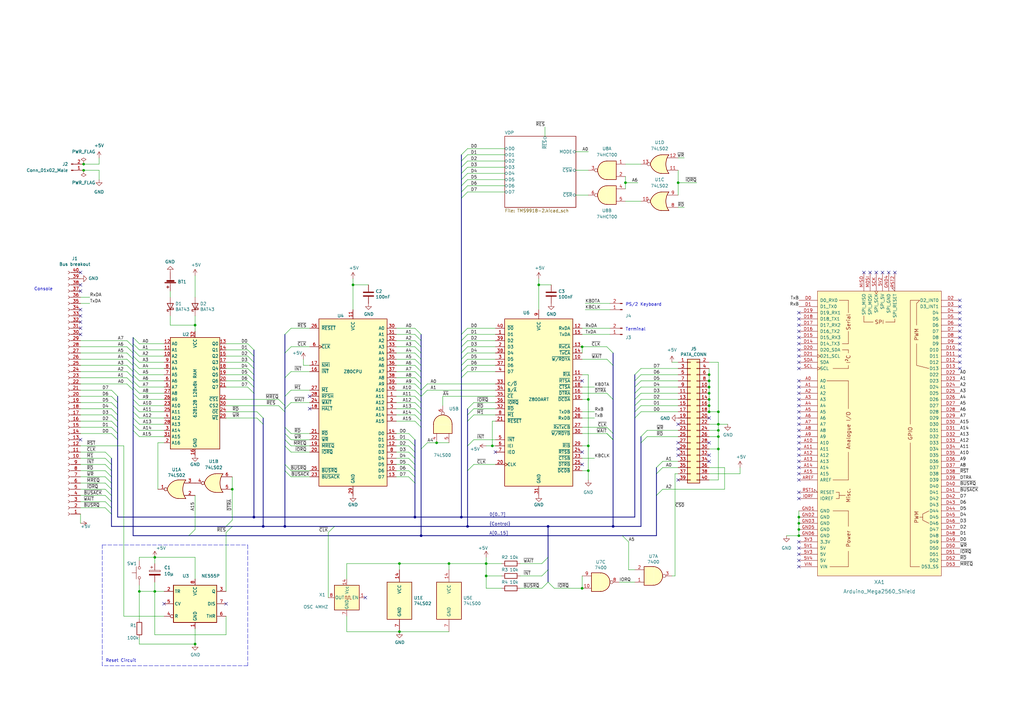
<source format=kicad_sch>
(kicad_sch (version 20211123) (generator eeschema)
  (paper "A3")
  (title_block (date "2022-06-24"))
  (bus_alias "Control" (members "~{BUSRQ}" "~{BUSACK}" "~{RD}" "~{WR}" "~{INT}" "~{CLK}" "~{IORQ}" "~{MREQ}" "~{RES}" "~{M1}" "~{WAIT}" "~{DTRA}"))
  (junction (at 199.39 236.22))
  (junction (at 34.29 67.31))
  (junction (at 238.76 241.3))
  (junction (at 290.83 161.29))
  (junction (at 256.54 74.93))
  (junction (at 290.83 158.75))
  (junction (at 220.98 116.84))
  (junction (at 163.83 231.14))
  (junction (at 170.18 212.09))
  (junction (at 241.3 193.04))
  (junction (at 224.79 215.9))
  (junction (at 251.46 215.9))
  (junction (at 278.13 74.93))
  (junction (at 290.83 153.67))
  (junction (at 294.64 179.07))
  (junction (at 34.29 69.85))
  (junction (at 294.64 168.91))
  (junction (at 327.66 214.63))
  (junction (at 290.83 166.37))
  (junction (at 57.15 242.57))
  (junction (at 63.5 242.57))
  (junction (at 241.3 182.88))
  (junction (at 290.83 168.91))
  (junction (at 80.01 133.35))
  (junction (at 201.93 182.88))
  (junction (at 63.5 228.6))
  (junction (at 116.84 215.9))
  (junction (at 294.64 184.15))
  (junction (at 179.07 181.61))
  (junction (at 191.77 215.9))
  (junction (at 104.14 212.09))
  (junction (at 107.95 215.9))
  (junction (at 290.83 163.83))
  (junction (at 95.25 200.66))
  (junction (at 241.3 163.83))
  (junction (at 327.66 212.09))
  (junction (at 294.64 173.99))
  (junction (at 294.64 176.53))
  (junction (at 290.83 156.21))
  (junction (at 80.01 264.16))
  (junction (at 163.83 259.08))
  (junction (at 184.15 231.14))
  (junction (at 172.72 219.71))
  (junction (at 327.66 217.17))
  (junction (at 327.66 219.71))
  (junction (at 144.78 116.84))
  (junction (at 238.76 142.24))
  (junction (at 199.39 231.14))
  (junction (at 189.23 212.09))
  (no_connect (at 327.66 128.27))
  (no_connect (at 327.66 163.83))
  (no_connect (at 327.66 171.45))
  (no_connect (at 327.66 143.51))
  (no_connect (at 327.66 189.23))
  (no_connect (at 33.02 111.76))
  (no_connect (at 290.83 186.69))
  (no_connect (at 327.66 227.33))
  (no_connect (at 393.7 128.27))
  (no_connect (at 203.2 185.42))
  (no_connect (at 393.7 140.97))
  (no_connect (at 278.13 181.61))
  (no_connect (at 127 167.64))
  (no_connect (at 393.7 135.89))
  (no_connect (at 393.7 130.81))
  (no_connect (at 327.66 161.29))
  (no_connect (at 327.66 222.25))
  (no_connect (at 393.7 125.73))
  (no_connect (at 290.83 181.61))
  (no_connect (at 327.66 151.13))
  (no_connect (at 290.83 189.23))
  (no_connect (at 67.31 247.65))
  (no_connect (at 393.7 143.51))
  (no_connect (at 393.7 138.43))
  (no_connect (at 92.71 247.65))
  (no_connect (at 393.7 148.59))
  (no_connect (at 354.33 111.76))
  (no_connect (at 361.95 111.76))
  (no_connect (at 364.49 111.76))
  (no_connect (at 367.03 111.76))
  (no_connect (at 359.41 111.76))
  (no_connect (at 356.87 111.76))
  (no_connect (at 327.66 232.41))
  (no_connect (at 327.66 179.07))
  (no_connect (at 327.66 130.81))
  (no_connect (at 278.13 173.99))
  (no_connect (at 327.66 146.05))
  (no_connect (at 127 162.56))
  (no_connect (at 327.66 135.89))
  (no_connect (at 278.13 184.15))
  (no_connect (at 327.66 201.93))
  (no_connect (at 393.7 123.19))
  (no_connect (at 149.86 245.11))
  (no_connect (at 327.66 173.99))
  (no_connect (at 327.66 229.87))
  (no_connect (at 327.66 181.61))
  (no_connect (at 33.02 180.34))
  (no_connect (at 393.7 151.13))
  (no_connect (at 327.66 156.21))
  (no_connect (at 327.66 224.79))
  (no_connect (at 238.76 190.5))
  (no_connect (at 327.66 194.31))
  (no_connect (at 393.7 133.35))
  (no_connect (at 327.66 186.69))
  (no_connect (at 327.66 158.75))
  (no_connect (at 238.76 185.42))
  (no_connect (at 238.76 156.21))
  (no_connect (at 33.02 116.84))
  (no_connect (at 33.02 119.38))
  (no_connect (at 33.02 127))
  (no_connect (at 327.66 176.53))
  (no_connect (at 327.66 196.85))
  (no_connect (at 278.13 196.85))
  (no_connect (at 327.66 166.37))
  (no_connect (at 327.66 138.43))
  (no_connect (at 327.66 133.35))
  (no_connect (at 327.66 191.77))
  (no_connect (at 327.66 204.47))
  (no_connect (at 33.02 129.54))
  (no_connect (at 33.02 132.08))
  (no_connect (at 33.02 134.62))
  (no_connect (at 33.02 137.16))
  (no_connect (at 290.83 171.45))
  (no_connect (at 393.7 146.05))
  (no_connect (at 327.66 148.59))
  (no_connect (at 327.66 168.91))
  (no_connect (at 327.66 140.97))
  (no_connect (at 278.13 186.69))
  (no_connect (at 327.66 184.15))
  (bus_entry (at 170.18 137.16) (size 2.54 2.54))
  (bus_entry (at 43.18 205.74) (size 2.54 2.54))
  (bus_entry (at 167.64 185.42) (size 2.54 2.54))
  (bus_entry (at 222.25 236.22) (size 2.54 -2.54))
  (bus_entry (at 260.35 156.21) (size 2.54 -2.54))
  (bus_entry (at 101.6 156.21) (size 2.54 2.54))
  (bus_entry (at 101.6 148.59) (size 2.54 2.54))
  (bus_entry (at 172.72 160.02) (size 2.54 -2.54))
  (bus_entry (at 222.25 231.14) (size 2.54 -2.54))
  (bus_entry (at 116.84 137.16) (size 2.54 -2.54))
  (bus_entry (at 52.07 139.7) (size 2.54 2.54))
  (bus_entry (at 134.62 218.44) (size 2.54 -2.54))
  (bus_entry (at 269.24 203.2) (size 2.54 -2.54))
  (bus_entry (at 43.18 198.12) (size 2.54 2.54))
  (bus_entry (at 101.6 151.13) (size 2.54 2.54))
  (bus_entry (at 189.23 144.78) (size 2.54 -2.54))
  (bus_entry (at 172.72 162.56) (size 2.54 -2.54))
  (bus_entry (at 191.77 167.64) (size 2.54 -2.54))
  (bus_entry (at 45.72 177.8) (size 2.54 2.54))
  (bus_entry (at 116.84 180.34) (size 2.54 2.54))
  (bus_entry (at 189.23 154.94) (size 2.54 -2.54))
  (bus_entry (at 116.84 182.88) (size 2.54 2.54))
  (bus_entry (at 92.71 215.9) (size 2.54 -2.54))
  (bus_entry (at 52.07 142.24) (size 2.54 2.54))
  (bus_entry (at 170.18 157.48) (size 2.54 2.54))
  (bus_entry (at 260.35 163.83) (size 2.54 -2.54))
  (bus_entry (at 191.77 193.04) (size 2.54 -2.54))
  (bus_entry (at 54.61 148.59) (size 2.54 2.54))
  (bus_entry (at 167.64 190.5) (size 2.54 2.54))
  (bus_entry (at 54.61 143.51) (size 2.54 2.54))
  (bus_entry (at 54.61 173.99) (size 2.54 2.54))
  (bus_entry (at 116.84 190.5) (size 2.54 2.54))
  (bus_entry (at 170.18 152.4) (size 2.54 2.54))
  (bus_entry (at 269.24 194.31) (size 2.54 -2.54))
  (bus_entry (at 54.61 171.45) (size 2.54 2.54))
  (bus_entry (at 167.64 187.96) (size 2.54 2.54))
  (bus_entry (at 167.64 195.58) (size 2.54 2.54))
  (bus_entry (at 189.23 139.7) (size 2.54 -2.54))
  (bus_entry (at 101.6 140.97) (size 2.54 2.54))
  (bus_entry (at 54.61 138.43) (size 2.54 2.54))
  (bus_entry (at 262.89 181.61) (size 2.54 -2.54))
  (bus_entry (at 189.23 142.24) (size 2.54 -2.54))
  (bus_entry (at 77.47 219.71) (size 2.54 -2.54))
  (bus_entry (at 189.23 66.04) (size 2.54 -2.54))
  (bus_entry (at 189.23 68.58) (size 2.54 -2.54))
  (bus_entry (at 189.23 71.12) (size 2.54 -2.54))
  (bus_entry (at 189.23 73.66) (size 2.54 -2.54))
  (bus_entry (at 189.23 76.2) (size 2.54 -2.54))
  (bus_entry (at 189.23 78.74) (size 2.54 -2.54))
  (bus_entry (at 189.23 81.28) (size 2.54 -2.54))
  (bus_entry (at 43.18 187.96) (size 2.54 2.54))
  (bus_entry (at 52.07 149.86) (size 2.54 2.54))
  (bus_entry (at 116.84 175.26) (size 2.54 2.54))
  (bus_entry (at 191.77 182.88) (size 2.54 -2.54))
  (bus_entry (at 170.18 149.86) (size 2.54 2.54))
  (bus_entry (at 43.18 195.58) (size 2.54 2.54))
  (bus_entry (at 189.23 147.32) (size 2.54 -2.54))
  (bus_entry (at 54.61 151.13) (size 2.54 2.54))
  (bus_entry (at 170.18 160.02) (size 2.54 2.54))
  (bus_entry (at 54.61 166.37) (size 2.54 2.54))
  (bus_entry (at 170.18 134.62) (size 2.54 2.54))
  (bus_entry (at 269.24 191.77) (size 2.54 -2.54))
  (bus_entry (at 167.64 193.04) (size 2.54 2.54))
  (bus_entry (at 170.18 167.64) (size 2.54 2.54))
  (bus_entry (at 105.41 171.45) (size 2.54 2.54))
  (bus_entry (at 170.18 144.78) (size 2.54 2.54))
  (bus_entry (at 43.18 185.42) (size 2.54 2.54))
  (bus_entry (at 170.18 139.7) (size 2.54 2.54))
  (bus_entry (at 54.61 176.53) (size 2.54 2.54))
  (bus_entry (at 248.92 142.24) (size 2.54 2.54))
  (bus_entry (at 189.23 137.16) (size 2.54 -2.54))
  (bus_entry (at 101.6 153.67) (size 2.54 2.54))
  (bus_entry (at 45.72 170.18) (size 2.54 2.54))
  (bus_entry (at 45.72 165.1) (size 2.54 2.54))
  (bus_entry (at 54.61 158.75) (size 2.54 2.54))
  (bus_entry (at 52.07 152.4) (size 2.54 2.54))
  (bus_entry (at 116.84 166.37) (size -2.54 -2.54))
  (bus_entry (at 101.6 158.75) (size 2.54 2.54))
  (bus_entry (at 248.92 175.26) (size 2.54 2.54))
  (bus_entry (at 167.64 182.88) (size 2.54 2.54))
  (bus_entry (at 222.25 241.3) (size 2.54 -2.54))
  (bus_entry (at 262.89 179.07) (size 2.54 -2.54))
  (bus_entry (at 167.64 177.8) (size 2.54 2.54))
  (bus_entry (at 43.18 200.66) (size 2.54 2.54))
  (bus_entry (at 43.18 203.2) (size 2.54 2.54))
  (bus_entry (at 45.72 172.72) (size 2.54 2.54))
  (bus_entry (at 105.41 168.91) (size 2.54 2.54))
  (bus_entry (at 116.84 193.04) (size 2.54 2.54))
  (bus_entry (at 224.79 238.76) (size 2.54 2.54))
  (bus_entry (at 54.61 146.05) (size 2.54 2.54))
  (bus_entry (at 116.84 177.8) (size 2.54 2.54))
  (bus_entry (at 172.72 184.15) (size 2.54 -2.54))
  (bus_entry (at 170.18 165.1) (size 2.54 2.54))
  (bus_entry (at 189.23 149.86) (size 2.54 -2.54))
  (bus_entry (at 248.92 177.8) (size 2.54 2.54))
  (bus_entry (at 101.6 146.05) (size 2.54 2.54))
  (bus_entry (at 43.18 193.04) (size 2.54 2.54))
  (bus_entry (at 54.61 156.21) (size 2.54 2.54))
  (bus_entry (at 45.72 162.56) (size 2.54 2.54))
  (bus_entry (at 54.61 153.67) (size 2.54 2.54))
  (bus_entry (at 260.35 158.75) (size 2.54 -2.54))
  (bus_entry (at 54.61 168.91) (size 2.54 2.54))
  (bus_entry (at 170.18 170.18) (size 2.54 2.54))
  (bus_entry (at 260.35 166.37) (size 2.54 -2.54))
  (bus_entry (at 248.92 177.8) (size 2.54 2.54))
  (bus_entry (at 189.23 152.4) (size 2.54 -2.54))
  (bus_entry (at 52.07 144.78) (size 2.54 2.54))
  (bus_entry (at 191.77 170.18) (size 2.54 -2.54))
  (bus_entry (at 255.27 219.71) (size 2.54 2.54))
  (bus_entry (at 45.72 160.02) (size 2.54 2.54))
  (bus_entry (at 260.35 168.91) (size 2.54 -2.54))
  (bus_entry (at 116.84 168.91) (size -2.54 -2.54))
  (bus_entry (at 54.61 163.83) (size 2.54 2.54))
  (bus_entry (at 43.18 208.28) (size 2.54 2.54))
  (bus_entry (at 45.72 167.64) (size 2.54 2.54))
  (bus_entry (at 116.84 154.94) (size 2.54 -2.54))
  (bus_entry (at 116.84 167.64) (size 2.54 -2.54))
  (bus_entry (at 116.84 162.56) (size 2.54 -2.54))
  (bus_entry (at 170.18 154.94) (size 2.54 2.54))
  (bus_entry (at 43.18 190.5) (size 2.54 2.54))
  (bus_entry (at 92.71 218.44) (size 2.54 -2.54))
  (bus_entry (at 189.23 63.5) (size 2.54 -2.54))
  (bus_entry (at 260.35 161.29) (size 2.54 -2.54))
  (bus_entry (at 54.61 161.29) (size 2.54 2.54))
  (bus_entry (at 167.64 180.34) (size 2.54 2.54))
  (bus_entry (at 170.18 147.32) (size 2.54 2.54))
  (bus_entry (at 191.77 172.72) (size 2.54 -2.54))
  (bus_entry (at 52.07 147.32) (size 2.54 2.54))
  (bus_entry (at 170.18 162.56) (size 2.54 2.54))
  (bus_entry (at 54.61 140.97) (size 2.54 2.54))
  (bus_entry (at 248.92 161.29) (size 2.54 2.54))
  (bus_entry (at 170.18 142.24) (size 2.54 2.54))
  (bus_entry (at 248.92 147.32) (size 2.54 2.54))
  (bus_entry (at 52.07 157.48) (size 2.54 2.54))
  (bus_entry (at 260.35 153.67) (size 2.54 -2.54))
  (bus_entry (at 170.18 172.72) (size 2.54 2.54))
  (bus_entry (at 52.07 154.94) (size 2.54 2.54))
  (bus_entry (at 45.72 175.26) (size 2.54 2.54))
  (bus_entry (at 101.6 143.51) (size 2.54 2.54))
  (bus_entry (at 260.35 171.45) (size 2.54 -2.54))
  (bus_entry (at 119.38 142.24) (size -2.54 2.54))
  (bus (pts (xy 54.61 173.99) (xy 54.61 176.53)))
  (wire (pts (xy 290.83 156.21) (xy 290.83 158.75)))
  (wire (pts (xy 201.93 172.72) (xy 201.93 182.88)))
  (wire (pts (xy 33.02 182.88) (xy 50.8 182.88)))
  (wire (pts (xy 33.02 170.18) (xy 45.72 170.18)))
  (bus (pts (xy 189.23 66.04) (xy 189.23 68.58)))
  (bus (pts (xy 260.35 166.37) (xy 260.35 168.91)))
  (wire (pts (xy 191.77 144.78) (xy 203.2 144.78)))
  (wire (pts (xy 33.02 147.32) (xy 52.07 147.32)))
  (wire (pts (xy 294.64 184.15) (xy 290.83 184.15)))
  (bus (pts (xy 189.23 144.78) (xy 189.23 147.32)))
  (bus (pts (xy 170.18 180.34) (xy 170.18 182.88)))
  (bus (pts (xy 189.23 76.2) (xy 189.23 78.74)))
  (wire (pts (xy 265.43 176.53) (xy 278.13 176.53)))
  (wire (pts (xy 238.76 193.04) (xy 241.3 193.04)))
  (wire (pts (xy 220.98 114.3) (xy 220.98 116.84)))
  (wire (pts (xy 236.22 80.01) (xy 241.3 80.01)))
  (bus (pts (xy 189.23 137.16) (xy 189.23 139.7)))
  (wire (pts (xy 33.02 167.64) (xy 45.72 167.64)))
  (wire (pts (xy 191.77 78.74) (xy 207.01 78.74)))
  (wire (pts (xy 167.64 187.96) (xy 162.56 187.96)))
  (bus (pts (xy 48.26 175.26) (xy 48.26 177.8)))
  (bus (pts (xy 251.46 215.9) (xy 262.89 215.9)))
  (bus (pts (xy 189.23 142.24) (xy 189.23 144.78)))
  (wire (pts (xy 33.02 214.63) (xy 33.02 210.82)))
  (wire (pts (xy 191.77 137.16) (xy 203.2 137.16)))
  (wire (pts (xy 57.15 264.16) (xy 57.15 261.62)))
  (wire (pts (xy 191.77 73.66) (xy 207.01 73.66)))
  (bus (pts (xy 54.61 219.71) (xy 77.47 219.71)))
  (wire (pts (xy 257.81 233.68) (xy 260.35 233.68)))
  (wire (pts (xy 33.02 142.24) (xy 52.07 142.24)))
  (bus (pts (xy 170.18 193.04) (xy 170.18 195.58)))
  (bus (pts (xy 107.95 173.99) (xy 107.95 215.9)))
  (wire (pts (xy 40.64 64.77) (xy 40.64 67.31)))
  (wire (pts (xy 119.38 177.8) (xy 127 177.8)))
  (wire (pts (xy 254 238.76) (xy 260.35 238.76)))
  (bus (pts (xy 172.72 160.02) (xy 172.72 162.56)))
  (wire (pts (xy 57.15 146.05) (xy 67.31 146.05)))
  (wire (pts (xy 175.26 160.02) (xy 203.2 160.02)))
  (wire (pts (xy 162.56 149.86) (xy 170.18 149.86)))
  (bus (pts (xy 189.23 68.58) (xy 189.23 71.12)))
  (wire (pts (xy 69.85 133.35) (xy 80.01 133.35)))
  (wire (pts (xy 327.66 212.09) (xy 327.66 214.63)))
  (bus (pts (xy 262.89 179.07) (xy 262.89 181.61)))
  (wire (pts (xy 162.56 165.1) (xy 170.18 165.1)))
  (wire (pts (xy 294.64 179.07) (xy 294.64 184.15)))
  (bus (pts (xy 172.72 144.78) (xy 172.72 147.32)))
  (wire (pts (xy 199.39 241.3) (xy 205.74 241.3)))
  (bus (pts (xy 54.61 143.51) (xy 54.61 144.78)))
  (wire (pts (xy 80.01 129.54) (xy 80.01 133.35)))
  (bus (pts (xy 95.25 215.9) (xy 107.95 215.9)))
  (wire (pts (xy 95.25 200.66) (xy 95.25 213.36)))
  (wire (pts (xy 290.83 176.53) (xy 294.64 176.53)))
  (wire (pts (xy 33.02 144.78) (xy 52.07 144.78)))
  (bus (pts (xy 260.35 168.91) (xy 260.35 171.45)))
  (wire (pts (xy 240.03 127) (xy 250.19 127)))
  (wire (pts (xy 327.66 214.63) (xy 327.66 217.17)))
  (wire (pts (xy 57.15 161.29) (xy 67.31 161.29)))
  (wire (pts (xy 191.77 147.32) (xy 203.2 147.32)))
  (bus (pts (xy 45.72 208.28) (xy 45.72 210.82)))
  (bus (pts (xy 170.18 187.96) (xy 170.18 190.5)))
  (wire (pts (xy 290.83 168.91) (xy 294.64 168.91)))
  (wire (pts (xy 290.83 163.83) (xy 290.83 166.37)))
  (wire (pts (xy 303.53 194.31) (xy 303.53 191.77)))
  (wire (pts (xy 223.52 52.07) (xy 223.52 55.88)))
  (bus (pts (xy 224.79 215.9) (xy 224.79 228.6)))
  (wire (pts (xy 275.59 148.59) (xy 278.13 148.59)))
  (bus (pts (xy 170.18 185.42) (xy 170.18 187.96)))
  (bus (pts (xy 172.72 175.26) (xy 172.72 184.15)))
  (bus (pts (xy 191.77 172.72) (xy 191.77 182.88)))
  (wire (pts (xy 167.64 177.8) (xy 162.56 177.8)))
  (wire (pts (xy 63.5 228.6) (xy 57.15 228.6)))
  (wire (pts (xy 33.02 185.42) (xy 43.18 185.42)))
  (wire (pts (xy 294.64 173.99) (xy 294.64 168.91)))
  (wire (pts (xy 33.02 193.04) (xy 43.18 193.04)))
  (wire (pts (xy 119.38 182.88) (xy 127 182.88)))
  (wire (pts (xy 80.01 113.03) (xy 80.01 121.92)))
  (bus (pts (xy 189.23 73.66) (xy 189.23 76.2)))
  (wire (pts (xy 57.15 140.97) (xy 67.31 140.97)))
  (bus (pts (xy 116.84 190.5) (xy 116.84 193.04)))
  (bus (pts (xy 189.23 212.09) (xy 260.35 212.09)))
  (polyline (pts (xy 41.91 273.05) (xy 41.91 223.52)))
  (wire (pts (xy 33.02 175.26) (xy 45.72 175.26)))
  (bus (pts (xy 172.72 157.48) (xy 172.72 160.02)))
  (bus (pts (xy 251.46 180.34) (xy 251.46 215.9)))
  (wire (pts (xy 144.78 116.84) (xy 151.13 116.84)))
  (wire (pts (xy 238.76 241.3) (xy 227.33 241.3)))
  (wire (pts (xy 33.02 139.7) (xy 52.07 139.7)))
  (wire (pts (xy 33.02 160.02) (xy 45.72 160.02)))
  (bus (pts (xy 269.24 203.2) (xy 269.24 219.71)))
  (wire (pts (xy 241.3 163.83) (xy 241.3 182.88)))
  (bus (pts (xy 224.79 215.9) (xy 251.46 215.9)))
  (bus (pts (xy 189.23 152.4) (xy 189.23 154.94)))
  (wire (pts (xy 194.31 167.64) (xy 203.2 167.64)))
  (bus (pts (xy 45.72 198.12) (xy 45.72 200.66)))
  (bus (pts (xy 116.84 175.26) (xy 116.84 177.8)))
  (wire (pts (xy 80.01 217.17) (xy 80.01 203.2)))
  (wire (pts (xy 256.54 82.55) (xy 262.89 82.55)))
  (wire (pts (xy 191.77 60.96) (xy 207.01 60.96)))
  (wire (pts (xy 92.71 163.83) (xy 114.3 163.83)))
  (wire (pts (xy 92.71 148.59) (xy 101.6 148.59)))
  (bus (pts (xy 172.72 172.72) (xy 172.72 175.26)))
  (wire (pts (xy 226.06 116.84) (xy 220.98 116.84)))
  (bus (pts (xy 189.23 78.74) (xy 189.23 81.28)))
  (wire (pts (xy 240.03 124.46) (xy 250.19 124.46)))
  (wire (pts (xy 184.15 259.08) (xy 163.83 259.08)))
  (bus (pts (xy 104.14 161.29) (xy 104.14 212.09)))
  (bus (pts (xy 54.61 148.59) (xy 54.61 149.86)))
  (bus (pts (xy 54.61 161.29) (xy 54.61 163.83)))
  (wire (pts (xy 80.01 133.35) (xy 80.01 135.89)))
  (wire (pts (xy 57.15 153.67) (xy 67.31 153.67)))
  (bus (pts (xy 189.23 139.7) (xy 189.23 142.24)))
  (bus (pts (xy 48.26 162.56) (xy 48.26 165.1)))
  (bus (pts (xy 54.61 157.48) (xy 54.61 158.75)))
  (bus (pts (xy 54.61 171.45) (xy 54.61 173.99)))
  (wire (pts (xy 290.83 166.37) (xy 290.83 168.91)))
  (wire (pts (xy 203.2 162.56) (xy 181.61 162.56)))
  (wire (pts (xy 294.64 168.91) (xy 294.64 148.59)))
  (wire (pts (xy 119.38 165.1) (xy 127 165.1)))
  (wire (pts (xy 67.31 181.61) (xy 64.77 181.61)))
  (bus (pts (xy 54.61 153.67) (xy 54.61 154.94)))
  (bus (pts (xy 189.23 154.94) (xy 189.23 212.09)))
  (wire (pts (xy 278.13 194.31) (xy 276.86 194.31)))
  (wire (pts (xy 167.64 180.34) (xy 162.56 180.34)))
  (wire (pts (xy 191.77 76.2) (xy 207.01 76.2)))
  (wire (pts (xy 256.54 74.93) (xy 261.62 74.93)))
  (bus (pts (xy 104.14 212.09) (xy 170.18 212.09)))
  (bus (pts (xy 260.35 158.75) (xy 260.35 161.29)))
  (bus (pts (xy 251.46 149.86) (xy 251.46 163.83)))
  (bus (pts (xy 172.72 139.7) (xy 172.72 142.24)))
  (bus (pts (xy 137.16 215.9) (xy 191.77 215.9)))
  (wire (pts (xy 69.85 129.54) (xy 69.85 133.35)))
  (wire (pts (xy 262.89 166.37) (xy 278.13 166.37)))
  (bus (pts (xy 170.18 195.58) (xy 170.18 198.12)))
  (bus (pts (xy 172.72 219.71) (xy 77.47 219.71)))
  (wire (pts (xy 276.86 194.31) (xy 276.86 236.22)))
  (wire (pts (xy 92.71 218.44) (xy 92.71 242.57)))
  (wire (pts (xy 175.26 157.48) (xy 203.2 157.48)))
  (wire (pts (xy 50.8 182.88) (xy 50.8 252.73)))
  (wire (pts (xy 280.67 85.09) (xy 278.13 85.09)))
  (wire (pts (xy 184.15 181.61) (xy 179.07 181.61)))
  (wire (pts (xy 238.76 187.96) (xy 243.84 187.96)))
  (bus (pts (xy 54.61 151.13) (xy 54.61 152.4)))
  (bus (pts (xy 45.72 205.74) (xy 45.72 208.28)))
  (wire (pts (xy 167.64 193.04) (xy 162.56 193.04)))
  (wire (pts (xy 92.71 146.05) (xy 101.6 146.05)))
  (bus (pts (xy 260.35 161.29) (xy 260.35 163.83)))
  (wire (pts (xy 184.15 233.68) (xy 184.15 231.14)))
  (bus (pts (xy 172.72 165.1) (xy 172.72 167.64)))
  (wire (pts (xy 69.85 121.92) (xy 69.85 119.38)))
  (bus (pts (xy 54.61 140.97) (xy 54.61 142.24)))
  (bus (pts (xy 251.46 144.78) (xy 251.46 149.86)))
  (bus (pts (xy 116.84 215.9) (xy 137.16 215.9)))
  (wire (pts (xy 95.25 195.58) (xy 95.25 200.66)))
  (bus (pts (xy 172.72 154.94) (xy 172.72 157.48)))
  (wire (pts (xy 294.64 173.99) (xy 294.64 176.53)))
  (wire (pts (xy 238.76 134.62) (xy 250.19 134.62)))
  (bus (pts (xy 54.61 160.02) (xy 54.61 161.29)))
  (bus (pts (xy 251.46 177.8) (xy 251.46 180.34)))
  (bus (pts (xy 260.35 163.83) (xy 260.35 166.37)))
  (bus (pts (xy 54.61 138.43) (xy 54.61 140.97)))
  (wire (pts (xy 57.15 176.53) (xy 67.31 176.53)))
  (wire (pts (xy 262.89 158.75) (xy 278.13 158.75)))
  (wire (pts (xy 33.02 152.4) (xy 52.07 152.4)))
  (wire (pts (xy 241.3 182.88) (xy 241.3 193.04)))
  (wire (pts (xy 194.31 190.5) (xy 203.2 190.5)))
  (wire (pts (xy 238.76 168.91) (xy 243.84 168.91)))
  (wire (pts (xy 162.56 157.48) (xy 170.18 157.48)))
  (wire (pts (xy 119.38 142.24) (xy 127 142.24)))
  (wire (pts (xy 191.77 134.62) (xy 203.2 134.62)))
  (wire (pts (xy 119.38 134.62) (xy 127 134.62)))
  (wire (pts (xy 163.83 259.08) (xy 142.24 259.08)))
  (wire (pts (xy 322.58 219.71) (xy 327.66 219.71)))
  (wire (pts (xy 127 195.58) (xy 119.38 195.58)))
  (wire (pts (xy 92.71 156.21) (xy 101.6 156.21)))
  (wire (pts (xy 262.89 153.67) (xy 278.13 153.67)))
  (wire (pts (xy 290.83 158.75) (xy 290.83 161.29)))
  (bus (pts (xy 116.84 137.16) (xy 116.84 144.78)))
  (wire (pts (xy 167.64 195.58) (xy 162.56 195.58)))
  (polyline (pts (xy 41.91 223.52) (xy 101.6 223.52)))
  (wire (pts (xy 213.36 236.22) (xy 222.25 236.22)))
  (wire (pts (xy 57.15 166.37) (xy 67.31 166.37)))
  (bus (pts (xy 255.27 219.71) (xy 172.72 219.71)))
  (wire (pts (xy 241.3 153.67) (xy 241.3 163.83)))
  (bus (pts (xy 54.61 154.94) (xy 54.61 156.21)))
  (bus (pts (xy 269.24 194.31) (xy 269.24 203.2)))
  (wire (pts (xy 64.77 181.61) (xy 64.77 200.66)))
  (wire (pts (xy 119.38 185.42) (xy 127 185.42)))
  (bus (pts (xy 172.72 149.86) (xy 172.72 152.4)))
  (bus (pts (xy 48.26 167.64) (xy 48.26 170.18)))
  (wire (pts (xy 238.76 177.8) (xy 248.92 177.8)))
  (wire (pts (xy 194.31 165.1) (xy 203.2 165.1)))
  (wire (pts (xy 144.78 114.3) (xy 144.78 116.84)))
  (bus (pts (xy 54.61 146.05) (xy 54.61 147.32)))
  (bus (pts (xy 172.72 152.4) (xy 172.72 154.94)))
  (wire (pts (xy 167.64 190.5) (xy 162.56 190.5)))
  (wire (pts (xy 34.29 67.31) (xy 40.64 67.31)))
  (bus (pts (xy 116.84 162.56) (xy 116.84 166.37)))
  (wire (pts (xy 290.83 153.67) (xy 290.83 156.21)))
  (bus (pts (xy 116.84 167.64) (xy 116.84 168.91)))
  (wire (pts (xy 201.93 182.88) (xy 203.2 182.88)))
  (wire (pts (xy 191.77 66.04) (xy 207.01 66.04)))
  (wire (pts (xy 162.56 152.4) (xy 170.18 152.4)))
  (wire (pts (xy 238.76 142.24) (xy 238.76 144.78)))
  (wire (pts (xy 162.56 142.24) (xy 170.18 142.24)))
  (wire (pts (xy 57.15 163.83) (xy 67.31 163.83)))
  (wire (pts (xy 257.81 222.25) (xy 257.81 233.68)))
  (wire (pts (xy 238.76 147.32) (xy 248.92 147.32)))
  (wire (pts (xy 327.66 209.55) (xy 327.66 212.09)))
  (wire (pts (xy 238.76 153.67) (xy 241.3 153.67)))
  (wire (pts (xy 271.78 200.66) (xy 297.18 200.66)))
  (wire (pts (xy 271.78 191.77) (xy 278.13 191.77)))
  (wire (pts (xy 238.76 137.16) (xy 250.19 137.16)))
  (wire (pts (xy 92.71 252.73) (xy 92.71 260.35)))
  (wire (pts (xy 199.39 236.22) (xy 205.74 236.22)))
  (wire (pts (xy 63.5 242.57) (xy 57.15 242.57)))
  (wire (pts (xy 92.71 171.45) (xy 105.41 171.45)))
  (wire (pts (xy 124.46 149.86) (xy 127 149.86)))
  (wire (pts (xy 191.77 63.5) (xy 207.01 63.5)))
  (wire (pts (xy 57.15 254) (xy 57.15 242.57)))
  (wire (pts (xy 57.15 240.03) (xy 57.15 242.57)))
  (wire (pts (xy 199.39 228.6) (xy 199.39 231.14)))
  (wire (pts (xy 241.3 193.04) (xy 241.3 196.85)))
  (wire (pts (xy 290.83 151.13) (xy 290.83 153.67)))
  (bus (pts (xy 45.72 187.96) (xy 45.72 190.5)))
  (wire (pts (xy 203.2 172.72) (xy 201.93 172.72)))
  (bus (pts (xy 260.35 171.45) (xy 260.35 212.09)))
  (wire (pts (xy 33.02 162.56) (xy 45.72 162.56)))
  (wire (pts (xy 163.83 231.14) (xy 184.15 231.14)))
  (bus (pts (xy 116.84 168.91) (xy 116.84 175.26)))
  (wire (pts (xy 256.54 67.31) (xy 262.89 67.31)))
  (bus (pts (xy 170.18 182.88) (xy 170.18 185.42)))
  (wire (pts (xy 80.01 264.16) (xy 80.01 257.81)))
  (bus (pts (xy 48.26 170.18) (xy 48.26 172.72)))
  (wire (pts (xy 276.86 236.22) (xy 275.59 236.22)))
  (wire (pts (xy 33.02 190.5) (xy 43.18 190.5)))
  (wire (pts (xy 33.02 149.86) (xy 52.07 149.86)))
  (wire (pts (xy 163.83 233.68) (xy 163.83 231.14)))
  (wire (pts (xy 294.64 176.53) (xy 294.64 179.07)))
  (bus (pts (xy 54.61 168.91) (xy 54.61 171.45)))
  (wire (pts (xy 191.77 139.7) (xy 203.2 139.7)))
  (wire (pts (xy 238.76 175.26) (xy 248.92 175.26)))
  (wire (pts (xy 50.8 252.73) (xy 67.31 252.73)))
  (wire (pts (xy 248.92 142.24) (xy 238.76 142.24)))
  (wire (pts (xy 262.89 161.29) (xy 278.13 161.29)))
  (bus (pts (xy 45.72 210.82) (xy 45.72 215.9)))
  (bus (pts (xy 191.77 170.18) (xy 191.77 172.72)))
  (wire (pts (xy 290.83 194.31) (xy 303.53 194.31)))
  (bus (pts (xy 172.72 167.64) (xy 172.72 170.18)))
  (wire (pts (xy 92.71 166.37) (xy 114.3 166.37)))
  (wire (pts (xy 57.15 158.75) (xy 67.31 158.75)))
  (wire (pts (xy 181.61 166.37) (xy 181.61 162.56)))
  (bus (pts (xy 172.72 137.16) (xy 172.72 139.7)))
  (wire (pts (xy 162.56 172.72) (xy 170.18 172.72)))
  (wire (pts (xy 238.76 161.29) (xy 248.92 161.29)))
  (bus (pts (xy 54.61 147.32) (xy 54.61 148.59)))
  (wire (pts (xy 280.67 64.77) (xy 278.13 64.77)))
  (bus (pts (xy 191.77 215.9) (xy 224.79 215.9)))
  (wire (pts (xy 57.15 168.91) (xy 67.31 168.91)))
  (bus (pts (xy 48.26 177.8) (xy 48.26 180.34)))
  (wire (pts (xy 194.31 180.34) (xy 203.2 180.34)))
  (wire (pts (xy 278.13 69.85) (xy 278.13 74.93)))
  (wire (pts (xy 63.5 242.57) (xy 63.5 260.35)))
  (bus (pts (xy 54.61 158.75) (xy 54.61 160.02)))
  (wire (pts (xy 127 152.4) (xy 119.38 152.4)))
  (wire (pts (xy 92.71 168.91) (xy 105.41 168.91)))
  (wire (pts (xy 57.15 156.21) (xy 67.31 156.21)))
  (bus (pts (xy 54.61 176.53) (xy 54.61 219.71)))
  (bus (pts (xy 107.95 215.9) (xy 116.84 215.9)))
  (wire (pts (xy 124.46 149.86) (xy 124.46 147.32)))
  (wire (pts (xy 40.64 69.85) (xy 40.64 73.66)))
  (wire (pts (xy 57.15 143.51) (xy 67.31 143.51)))
  (bus (pts (xy 48.26 180.34) (xy 48.26 212.09)))
  (wire (pts (xy 294.64 148.59) (xy 290.83 148.59)))
  (wire (pts (xy 262.89 163.83) (xy 278.13 163.83)))
  (wire (pts (xy 33.02 157.48) (xy 52.07 157.48)))
  (wire (pts (xy 162.56 134.62) (xy 170.18 134.62)))
  (bus (pts (xy 48.26 165.1) (xy 48.26 167.64)))
  (bus (pts (xy 104.14 146.05) (xy 104.14 148.59)))
  (wire (pts (xy 294.64 184.15) (xy 294.64 196.85)))
  (wire (pts (xy 290.83 173.99) (xy 294.64 173.99)))
  (wire (pts (xy 290.83 179.07) (xy 294.64 179.07)))
  (wire (pts (xy 57.15 148.59) (xy 67.31 148.59)))
  (wire (pts (xy 57.15 151.13) (xy 67.31 151.13)))
  (wire (pts (xy 57.15 228.6) (xy 57.15 229.87)))
  (wire (pts (xy 262.89 168.91) (xy 278.13 168.91)))
  (wire (pts (xy 262.89 156.21) (xy 278.13 156.21)))
  (wire (pts (xy 191.77 149.86) (xy 203.2 149.86)))
  (wire (pts (xy 191.77 71.12) (xy 207.01 71.12)))
  (wire (pts (xy 167.64 185.42) (xy 162.56 185.42)))
  (bus (pts (xy 116.84 193.04) (xy 116.84 215.9)))
  (bus (pts (xy 191.77 182.88) (xy 191.77 193.04)))
  (bus (pts (xy 189.23 147.32) (xy 189.23 149.86)))
  (wire (pts (xy 33.02 121.92) (xy 36.83 121.92)))
  (bus (pts (xy 189.23 63.5) (xy 189.23 66.04)))
  (bus (pts (xy 172.72 170.18) (xy 172.72 172.72)))
  (wire (pts (xy 256.54 72.39) (xy 256.54 74.93)))
  (wire (pts (xy 92.71 143.51) (xy 101.6 143.51)))
  (wire (pts (xy 184.15 231.14) (xy 199.39 231.14)))
  (wire (pts (xy 162.56 160.02) (xy 170.18 160.02)))
  (bus (pts (xy 104.14 153.67) (xy 104.14 156.21)))
  (wire (pts (xy 33.02 124.46) (xy 36.83 124.46)))
  (wire (pts (xy 213.36 231.14) (xy 222.25 231.14)))
  (wire (pts (xy 162.56 154.94) (xy 170.18 154.94)))
  (wire (pts (xy 262.89 151.13) (xy 278.13 151.13)))
  (bus (pts (xy 224.79 233.68) (xy 224.79 238.76)))
  (bus (pts (xy 54.61 163.83) (xy 54.61 166.37)))
  (bus (pts (xy 172.72 142.24) (xy 172.72 144.78)))
  (bus (pts (xy 45.72 215.9) (xy 92.71 215.9)))
  (bus (pts (xy 191.77 193.04) (xy 191.77 215.9)))
  (bus (pts (xy 116.84 144.78) (xy 116.84 154.94)))
  (bus (pts (xy 45.72 193.04) (xy 45.72 195.58)))
  (wire (pts (xy 92.71 151.13) (xy 101.6 151.13)))
  (wire (pts (xy 162.56 162.56) (xy 170.18 162.56)))
  (wire (pts (xy 33.02 195.58) (xy 43.18 195.58)))
  (bus (pts (xy 107.95 171.45) (xy 107.95 173.99)))
  (wire (pts (xy 142.24 231.14) (xy 163.83 231.14)))
  (wire (pts (xy 33.02 198.12) (xy 43.18 198.12)))
  (bus (pts (xy 269.24 219.71) (xy 255.27 219.71)))
  (bus (pts (xy 224.79 228.6) (xy 224.79 233.68)))
  (bus (pts (xy 172.72 184.15) (xy 172.72 219.71)))
  (bus (pts (xy 48.26 212.09) (xy 104.14 212.09)))
  (bus (pts (xy 116.84 182.88) (xy 116.84 190.5)))
  (wire (pts (xy 57.15 171.45) (xy 67.31 171.45)))
  (wire (pts (xy 294.64 173.99) (xy 298.45 173.99)))
  (wire (pts (xy 290.83 191.77) (xy 297.18 191.77)))
  (wire (pts (xy 33.02 177.8) (xy 45.72 177.8)))
  (bus (pts (xy 54.61 149.86) (xy 54.61 151.13)))
  (wire (pts (xy 290.83 161.29) (xy 290.83 163.83)))
  (wire (pts (xy 119.38 160.02) (xy 127 160.02)))
  (wire (pts (xy 119.38 180.34) (xy 127 180.34)))
  (bus (pts (xy 116.84 154.94) (xy 116.84 162.56)))
  (wire (pts (xy 33.02 203.2) (xy 43.18 203.2)))
  (wire (pts (xy 43.18 187.96) (xy 33.02 187.96)))
  (wire (pts (xy 167.64 182.88) (xy 162.56 182.88)))
  (wire (pts (xy 297.18 191.77) (xy 297.18 200.66)))
  (bus (pts (xy 262.89 181.61) (xy 262.89 215.9)))
  (wire (pts (xy 175.26 181.61) (xy 179.07 181.61)))
  (bus (pts (xy 189.23 71.12) (xy 189.23 73.66)))
  (wire (pts (xy 63.5 260.35) (xy 92.71 260.35)))
  (wire (pts (xy 162.56 137.16) (xy 170.18 137.16)))
  (bus (pts (xy 54.61 152.4) (xy 54.61 153.67)))
  (wire (pts (xy 142.24 259.08) (xy 142.24 252.73)))
  (wire (pts (xy 220.98 116.84) (xy 220.98 127)))
  (bus (pts (xy 54.61 166.37) (xy 54.61 168.91)))
  (wire (pts (xy 33.02 208.28) (xy 43.18 208.28)))
  (bus (pts (xy 104.14 151.13) (xy 104.14 153.67)))
  (wire (pts (xy 63.5 228.6) (xy 80.01 228.6)))
  (wire (pts (xy 238.76 171.45) (xy 243.84 171.45)))
  (bus (pts (xy 45.72 203.2) (xy 45.72 205.74)))
  (wire (pts (xy 33.02 154.94) (xy 52.07 154.94)))
  (bus (pts (xy 104.14 148.59) (xy 104.14 151.13)))
  (bus (pts (xy 104.14 156.21) (xy 104.14 158.75)))
  (wire (pts (xy 33.02 205.74) (xy 43.18 205.74)))
  (bus (pts (xy 45.72 195.58) (xy 45.72 198.12)))
  (bus (pts (xy 54.61 144.78) (xy 54.61 146.05)))
  (wire (pts (xy 265.43 179.07) (xy 278.13 179.07)))
  (bus (pts (xy 92.71 215.9) (xy 95.25 215.9)))
  (wire (pts (xy 191.77 68.58) (xy 207.01 68.58)))
  (bus (pts (xy 260.35 153.67) (xy 260.35 156.21)))
  (bus (pts (xy 172.72 147.32) (xy 172.72 149.86)))
  (wire (pts (xy 33.02 172.72) (xy 45.72 172.72)))
  (wire (pts (xy 92.71 140.97) (xy 101.6 140.97)))
  (bus (pts (xy 260.35 156.21) (xy 260.35 158.75)))
  (bus (pts (xy 116.84 177.8) (xy 116.84 180.34)))
  (wire (pts (xy 162.56 147.32) (xy 170.18 147.32)))
  (wire (pts (xy 142.24 237.49) (xy 142.24 231.14)))
  (wire (pts (xy 199.39 182.88) (xy 201.93 182.88)))
  (wire (pts (xy 57.15 264.16) (xy 80.01 264.16)))
  (wire (pts (xy 243.84 158.75) (xy 238.76 158.75)))
  (polyline (pts (xy 101.6 273.05) (xy 41.91 273.05)))
  (wire (pts (xy 134.62 245.11) (xy 134.62 218.44)))
  (bus (pts (xy 48.26 172.72) (xy 48.26 175.26)))
  (bus (pts (xy 116.84 167.64) (xy 116.84 166.37)))
  (wire (pts (xy 63.5 231.14) (xy 63.5 228.6)))
  (wire (pts (xy 33.02 165.1) (xy 45.72 165.1)))
  (wire (pts (xy 80.01 228.6) (xy 80.01 237.49)))
  (wire (pts (xy 271.78 189.23) (xy 278.13 189.23)))
  (wire (pts (xy 191.77 142.24) (xy 203.2 142.24)))
  (bus (pts (xy 104.14 158.75) (xy 104.14 161.29)))
  (wire (pts (xy 213.36 241.3) (xy 222.25 241.3)))
  (wire (pts (xy 162.56 144.78) (xy 170.18 144.78)))
  (wire (pts (xy 205.74 231.14) (xy 199.39 231.14)))
  (wire (pts (xy 199.39 231.14) (xy 199.39 236.22)))
  (wire (pts (xy 278.13 74.93) (xy 285.75 74.93)))
  (wire (pts (xy 67.31 242.57) (xy 63.5 242.57)))
  (wire (pts (xy 236.22 62.23) (xy 241.3 62.23)))
  (wire (pts (xy 199.39 236.22) (xy 199.39 241.3)))
  (wire (pts (xy 162.56 139.7) (xy 170.18 139.7)))
  (wire (pts (xy 241.3 163.83) (xy 238.76 163.83)))
  (wire (pts (xy 34.29 69.85) (xy 40.64 69.85)))
  (bus (pts (xy 172.72 162.56) (xy 172.72 165.1)))
  (wire (pts (xy 57.15 179.07) (xy 67.31 179.07)))
  (wire (pts (xy 92.71 158.75) (xy 101.6 158.75)))
  (wire (pts (xy 127 193.04) (xy 119.38 193.04)))
  (bus (pts (xy 170.18 198.12) (xy 170.18 212.09)))
  (bus (pts (xy 116.84 180.34) (xy 116.84 182.88)))
  (wire (pts (xy 57.15 173.99) (xy 67.31 173.99)))
  (bus (pts (xy 191.77 167.64) (xy 191.77 170.18)))
  (bus (pts (xy 251.46 163.83) (xy 251.46 177.8)))
  (wire (pts (xy 33.02 200.66) (xy 43.18 200.66)))
  (bus (pts (xy 170.18 190.5) (xy 170.18 193.04)))
  (wire (pts (xy 256.54 74.93) (xy 256.54 77.47)))
  (wire (pts (xy 278.13 74.93) (xy 278.13 80.01)))
  (wire (pts (xy 92.71 153.67) (xy 101.6 153.67)))
  (wire (pts (xy 162.56 167.64) (xy 170.18 167.64)))
  (wire (pts (xy 238.76 182.88) (xy 241.3 182.88)))
  (bus (pts (xy 189.23 149.86) (xy 189.23 152.4)))
  (wire (pts (xy 238.76 236.22) (xy 238.76 241.3)))
  (wire (pts (xy 162.56 170.18) (xy 170.18 170.18)))
  (wire (pts (xy 191.77 152.4) (xy 203.2 152.4)))
  (wire (pts (xy 63.5 238.76) (xy 63.5 242.57)))
  (wire (pts (xy 194.31 170.18) (xy 203.2 170.18)))
  (bus (pts (xy 45.72 200.66) (xy 45.72 203.2)))
  (bus (pts (xy 189.23 81.28) (xy 189.23 137.16)))
  (polyline (pts (xy 101.6 223.52) (xy 101.6 273.05)))
  (bus (pts (xy 104.14 143.51) (xy 104.14 146.05)))
  (bus (pts (xy 45.72 190.5) (xy 45.72 193.04)))
  (wire (pts (xy 144.78 116.84) (xy 144.78 127)))
  (bus (pts (xy 269.24 191.77) (xy 269.24 194.31)))
  (bus (pts (xy 54.61 142.24) (xy 54.61 143.51)))
  (wire (pts (xy 327.66 217.17) (xy 327.66 219.71)))
  (wire (pts (xy 294.64 196.85) (xy 290.83 196.85)))
  (wire (pts (xy 236.22 69.85) (xy 241.3 69.85)))
  (bus (pts (xy 170.18 212.09) (xy 189.23 212.09)))
  (bus (pts (xy 54.61 156.21) (xy 54.61 157.48)))
  (text "Console" (at 13.97 119.38 0) (effects (font (size 1.27 1.27)) (justify left bottom)))
  (text "Terminal" (at 256.54 135.89 0) (effects (font (size 1.27 1.27)) (justify left bottom)))
  (text "Reset Circuit" (at 55.88 271.78 180) (effects (font (size 1.27 1.27)) (justify right bottom)))
  (text "PS/2 Keyboard" (at 256.54 125.73 0) (effects (font (size 1.27 1.27)) (justify left bottom)))
  (label "A14" (at 62.23 176.53 180))
  (label "A12" (at 165.1 165.1 0))
  (label "A0" (at 50.8 157.48 180))
  (label "A7" (at 166.37 152.4 0))
  (label "~{WAIT}" (at 242.57 147.32 0))
  (label "D4" (at 193.04 71.12 0))
  (label "D0" (at 193.04 134.62 0))
  (label "D6" (at 193.04 149.86 0))
  (label "~{RD}" (at 280.67 85.09 180))
  (label "A6" (at 60.96 156.21 180))
  (label "A11" (at 62.23 168.91 180))
  (label "A14" (at 165.1 170.18 0))
  (label "~{DTRA}" (at 95.25 209.55 90))
  (label "A7" (at 393.7 171.45 0))
  (label "D1" (at 393.7 219.71 0))
  (label "D3" (at 101.6 148.59 180))
  (label "KBDTA" (at 240.03 124.46 0))
  (label "~{RES}" (at 92.71 218.44 180))
  (label "A8" (at 60.96 161.29 180))
  (label "A6" (at 48.26 142.24 0))
  (label "A9" (at 393.7 189.23 0))
  (label "A2" (at 58.42 146.05 0))
  (label "D[0..7]" (at 200.66 212.09 0))
  (label "A13" (at 165.1 167.64 0))
  (label "~{WAIT}" (at 34.29 205.74 0))
  (label "D0" (at 267.97 168.91 0))
  (label "~{CLK}" (at 242.57 142.24 0))
  (label "~{BUSRQ}" (at 34.29 208.28 0))
  (label "~{CS0}" (at 276.86 208.28 0))
  (label "TxB" (at 327.66 123.19 180))
  (label "A1" (at 273.05 189.23 0))
  (label "A0" (at 393.7 153.67 0))
  (label "D5" (at 163.83 190.5 0))
  (label "A10" (at 393.7 186.69 0))
  (label "D4" (at 267.97 158.75 0))
  (label "D1" (at 163.83 180.34 0))
  (label "A2" (at 273.05 200.66 0))
  (label "~{IORQ}" (at 285.75 74.93 180))
  (label "~{IORQ}" (at 228.6 241.3 0))
  (label "A1" (at 58.42 143.51 0))
  (label "A15" (at 80.01 209.55 90))
  (label "~{RD}" (at 35.56 193.04 0))
  (label "~{MREQ}" (at 125.73 182.88 180))
  (label "~{CLK}" (at 248.92 175.26 180))
  (label "~{M1}" (at 35.56 187.96 0))
  (label "~{INT}" (at 120.65 152.4 0))
  (label "~{RD}" (at 393.7 229.87 0))
  (label "A1" (at 176.53 160.02 0))
  (label "~{M1}" (at 120.65 160.02 0))
  (label "D7" (at 101.6 158.75 180))
  (label "D6" (at 163.83 193.04 0))
  (label "A1" (at 48.26 154.94 0))
  (label "D5" (at 193.04 73.66 0))
  (label "A4" (at 393.7 163.83 0))
  (label "A0" (at 166.37 134.62 0))
  (label "D7" (at 41.91 160.02 0))
  (label "A11" (at 165.1 162.56 0))
  (label "D4" (at 101.6 151.13 180))
  (label "A3" (at 166.37 142.24 0))
  (label "~{DTRA}" (at 243.84 161.29 0))
  (label "~{WAIT}" (at 214.63 231.14 0))
  (label "A3" (at 48.26 149.86 0))
  (label "D3" (at 193.04 142.24 0))
  (label "D6" (at 393.7 207.01 0))
  (label "D0" (at 163.83 177.8 0))
  (label "D1" (at 193.04 63.5 0))
  (label "D2" (at 193.04 139.7 0))
  (label "~{CLK}" (at 195.58 190.5 0))
  (label "A0" (at 58.42 140.97 0))
  (label "~{RES}" (at 125.73 134.62 180))
  (label "TxDA" (at 240.03 137.16 0))
  (label "A14" (at 393.7 176.53 0))
  (label "D2" (at 41.91 172.72 0))
  (label "~{RD}" (at 269.24 179.07 0))
  (label "A5" (at 393.7 166.37 0))
  (label "D4" (at 41.91 167.64 0))
  (label "D2" (at 101.6 146.05 180))
  (label "D2" (at 193.04 66.04 0))
  (label "D1" (at 101.6 143.51 180))
  (label "~{WAIT}" (at 120.65 165.1 0))
  (label "A6" (at 166.37 149.86 0))
  (label "D6" (at 41.91 162.56 0))
  (label "~{RD}" (at 95.25 168.91 0))
  (label "A5" (at 166.37 147.32 0))
  (label "A[0..15]" (at 200.66 219.71 0))
  (label "~{IORQ}" (at 195.58 165.1 0))
  (label "~{M1}" (at 195.58 170.18 0))
  (label "D0" (at 393.7 222.25 0))
  (label "A3" (at 393.7 161.29 0))
  (label "A9" (at 60.96 163.83 180))
  (label "A5" (at 60.96 153.67 180))
  (label "{Control}" (at 200.66 215.9 0))
  (label "A10" (at 165.1 160.02 0))
  (label "A4" (at 175.26 181.61 0))
  (label "A0" (at 176.53 157.48 0))
  (label "~{BUSACK}" (at 393.7 201.93 0))
  (label "A5" (at 48.26 144.78 0))
  (label "D7" (at 193.04 152.4 0))
  (label "D2" (at 267.97 163.83 0))
  (label "~{CLK}" (at 35.56 185.42 0))
  (label "~{MREQ}" (at 35.56 198.12 0))
  (label "~{BUSACK}" (at 119.38 195.58 0))
  (label "D3" (at 193.04 68.58 0))
  (label "D1" (at 41.91 175.26 0))
  (label "D3" (at 393.7 214.63 0))
  (label "A15" (at 393.7 173.99 0))
  (label "A2" (at 393.7 158.75 0))
  (label "~{CLK}" (at 134.62 218.44 180))
  (label "KBDTA" (at 243.84 158.75 0))
  (label "DTRA" (at 393.7 196.85 0))
  (label "A2" (at 166.37 139.7 0))
  (label "D5" (at 393.7 209.55 0))
  (label "A9" (at 166.37 157.48 0))
  (label "D1" (at 193.04 137.16 0))
  (label "A8" (at 393.7 191.77 0))
  (label "~{WR}" (at 120.65 180.34 0))
  (label "D0" (at 41.91 177.8 0))
  (label "A6" (at 261.62 74.93 180))
  (label "~{RES}" (at 223.52 52.07 180))
  (label "D7" (at 193.04 78.74 0))
  (label "D5" (at 193.04 147.32 0))
  (label "~{INT}" (at 214.63 236.22 0))
  (label "~{A4}" (at 181.61 162.56 0))
  (label "A15" (at 58.42 179.07 0))
  (label "A7" (at 48.26 139.7 0))
  (label "~{IORQ}" (at 393.7 227.33 0))
  (label "~{RD}" (at 195.58 167.64 0))
  (label "D7" (at 267.97 151.13 0))
  (label "D3" (at 163.83 185.42 0))
  (label "A6" (at 393.7 168.91 0))
  (label "TxDA" (at 36.83 124.46 0))
  (label "TxB" (at 243.84 171.45 0))
  (label "A10" (at 62.23 166.37 180))
  (label "A8" (at 166.37 154.94 0))
  (label "A0" (at 241.3 62.23 180))
  (label "~{BUSRQ}" (at 393.7 199.39 0))
  (label "RxDA" (at 240.03 134.62 0))
  (label "A4" (at 60.96 151.13 180))
  (label "RxB" (at 327.66 125.73 180))
  (label "IORQ" (at 254 238.76 0))
  (label "D7" (at 393.7 204.47 0))
  (label "D4" (at 393.7 212.09 0))
  (label "D6" (at 101.6 156.21 180))
  (label "~{RST}" (at 393.7 194.31 0))
  (label "~{MREQ}" (at 393.7 232.41 0))
  (label "A4" (at 166.37 144.78 0))
  (label "~{IORQ}" (at 125.73 185.42 180))
  (label "~{IORQ}" (at 35.56 200.66 0))
  (label "D4" (at 163.83 187.96 0))
  (label "A13" (at 393.7 179.07 0))
  (label "~{WR}" (at 269.24 176.53 0))
  (label "A4" (at 48.26 147.32 0))
  (label "~{INT}" (at 195.58 180.34 0))
  (label "~{INT}" (at 35.56 190.5 0))
  (label "D4" (at 193.04 144.78 0))
  (label "RxDA" (at 36.83 121.92 0))
  (label "A11" (at 393.7 184.15 0))
  (label "A5" (at 257.81 222.25 0))
  (label "KBCLK" (at 240.03 127 0))
  (label "A13" (at 62.23 173.99 180))
  (label "A12" (at 62.23 171.45 180))
  (label "D6" (at 193.04 76.2 0))
  (label "D6" (at 267.97 153.67 0))
  (label "D3" (at 41.91 170.18 0))
  (label "D2" (at 393.7 217.17 0))
  (label "~{BUSACK}" (at 34.29 203.2 0))
  (label "~{MREQ}" (at 114.3 163.83 180))
  (label "~{RST}" (at 35.56 182.88 0))
  (label "~{CLK}" (at 125.73 142.24 180))
  (label "A7" (at 60.96 158.75 180))
  (label "A15" (at 165.1 172.72 0))
  (label "D5" (at 41.91 165.1 0))
  (label "D0" (at 193.04 60.96 0))
  (label "~{WAIT}" (at 248.92 177.8 180))
  (label "D0" (at 101.6 140.97 180))
  (label "~{RD}" (at 120.65 177.8 0))
  (label "~{WR}" (at 35.56 195.58 0))
  (label "D7" (at 163.83 195.58 0))
  (label "KBCLK" (at 243.84 187.96 0))
  (label "D1" (at 267.97 166.37 0))
  (label "~{WR}" (at 95.25 171.45 0))
  (label "A12" (at 393.7 181.61 0))
  (label "D5" (at 267.97 156.21 0))
  (label "A1" (at 166.37 137.16 0))
  (label "A0" (at 273.05 191.77 0))
  (label "A2" (at 48.26 152.4 0))
  (label "D2" (at 163.83 182.88 0))
  (label "~{BUSRQ}" (at 125.73 193.04 180))
  (label "~{WR}" (at 393.7 224.79 0))
  (label "~{WR}" (at 280.67 64.77 180))
  (label "A3" (at 58.42 148.59 0))
  (label "D5" (at 101.6 153.67 180))
  (label "~{BUSRQ}" (at 214.63 241.3 0))
  (label "D3" (at 267.97 161.29 0))
  (label "A1" (at 393.7 156.21 0))
  (label "~{RES}" (at 109.22 166.37 0))
  (label "RxB" (at 243.84 168.91 0))
  (symbol (lib_id "zx2020:Z80CPU-CPU") (at 144.78 165.1 0) (unit 1)
    (property "Reference" "U4" (at 139.7 129.54 0))
    (property "Value" "Z80CPU" (at 144.78 152.4 0))
    (property "Footprint" "Package_DIP:DIP-40_W15.24mm" (effects hide))
    (property "Datasheet" "www.zilog.com/manage_directlink.php?filepath=docs/z80/um0080" (effects hide))
  )
  (symbol (lib_id "Connector:Conn_01x40_Female") (at 27.94 162.56 180) (unit 1)
    (property "Reference" "J1" (at 30.6832 106.045 0))
    (property "Value" "Bus breakout" (at 30.6832 108.3564 0))
    (property "Footprint" "Connector_PinHeader_2.54mm:PinHeader_1x39_P2.54mm_Vertical" (effects hide))
  )
  (symbol (lib_id "Device:R") (at 209.55 231.14 90) (unit 1)
    (property "Reference" "R2" (at 207.01 228.6 90))
    (property "Value" "10k" (at 210.82 228.6 90))
  )
  (symbol (lib_id "Device:R") (at 209.55 236.22 270) (unit 1)
    (property "Reference" "R3" (at 207.01 233.68 90))
    (property "Value" "10k" (at 210.82 233.68 90))
  )
  (symbol (lib_id "Device:R") (at 209.55 241.3 270) (unit 1)
    (property "Reference" "R4" (at 207.01 238.76 90))
    (property "Value" "10k" (at 210.82 238.76 90))
  )
  (symbol (lib_id "Oscillator:CXO_DIP14") (at 142.24 245.11 0) (mirror y) (unit 1)
    (property "Reference" "X1" (at 133.5024 243.9416 0) (effects (justify left)))
    (property "Value" "OSC 4MHZ" (at 134.62 248.92 0) (effects (justify left)))
    (property "Footprint" "Oscillator:Oscillator_DIP-14" (effects hide))
    (property "Datasheet" "http://cdn-reichelt.de/documents/datenblatt/B400/OSZI.pdf" (effects hide))
  )
  (symbol (lib_id "power:GND") (at 220.98 203.2 0) (unit 1)
    (property "Reference" "#PWR018" (effects hide))
    (property "Value" "GND" (at 220.98 207.01 0))
  )
  (symbol (lib_id "power:+5V") (at 220.98 114.3 0) (unit 1)
    (property "Reference" "#PWR017" (effects hide))
    (property "Value" "+5V" (at 221.361 109.9058 0))
  )
  (symbol (lib_id "power:+5V") (at 63.5 228.6 0) (unit 1)
    (property "Reference" "#PWR05" (effects hide))
    (property "Value" "+5V" (at 66.04 224.79 0))
  )
  (symbol (lib_id "Device:Battery_Cell") (at 69.85 114.3 180) (unit 1)
    (property "Reference" "BT1" (at 72.8472 115.57 0) (effects (justify right)))
    (property "Value" "Battery_Cell" (effects hide))
  )
  (symbol (lib_id "Diode:BAT43") (at 69.85 125.73 90) (unit 1)
    (property "Reference" "D1" (at 71.8566 124.5616 90) (effects (justify right)))
    (property "Value" "BAT43" (at 71.8566 126.873 90) (effects (justify right)))
    (property "Footprint" "Diode_THT:D_DO-35_SOD27_P7.62mm_Horizontal" (effects hide))
    (property "Datasheet" "http://www.vishay.com/docs/85660/bat42.pdf" (effects hide))
  )
  (symbol (lib_id "power:GND") (at 69.85 111.76 180) (unit 1)
    (property "Reference" "#PWR06" (effects hide))
    (property "Value" "GND" (at 69.723 107.3658 0))
  )
  (symbol (lib_id "power:GND") (at 80.01 186.69 0) (unit 1)
    (property "Reference" "#PWR08" (effects hide))
    (property "Value" "GND" (at 80.01 190.5 0))
  )
  (symbol (lib_id "power:GND") (at 144.78 203.2 0) (unit 1)
    (property "Reference" "#PWR012" (effects hide))
    (property "Value" "GND" (at 144.78 207.01 0))
  )
  (symbol (lib_id "power:GND") (at 163.83 259.08 0) (unit 1)
    (property "Reference" "#PWR014" (effects hide))
    (property "Value" "GND" (at 163.957 263.4742 0))
  )
  (symbol (lib_id "power:+5V") (at 80.01 113.03 0) (unit 1)
    (property "Reference" "#PWR07" (effects hide))
    (property "Value" "+5V" (at 80.391 108.6358 0))
  )
  (symbol (lib_id "power:+5V") (at 144.78 114.3 0) (unit 1)
    (property "Reference" "#PWR011" (effects hide))
    (property "Value" "+5V" (at 145.161 109.9058 0))
  )
  (symbol (lib_id "power:GND") (at 33.02 114.3 90) (unit 1)
    (property "Reference" "#PWR02" (effects hide))
    (property "Value" "GND" (at 36.2712 114.173 90) (effects (justify right)))
  )
  (symbol (lib_id "power:+5V") (at 33.02 214.63 270) (unit 1)
    (property "Reference" "#PWR01" (effects hide))
    (property "Value" "+5V" (at 33.02 215.9 90) (effects (justify left)))
  )
  (symbol (lib_id "zx2020:Z80DART") (at 220.98 165.1 0) (unit 1)
    (property "Reference" "U6" (at 215.9 128.27 0))
    (property "Value" "Z80DART" (at 220.98 163.83 0))
    (property "Footprint" "Package_DIP:DIP-40_W15.24mm" (effects hide))
  )
  (symbol (lib_id "zx2020:628128_DIP32_SSOP32-Memory_RAM") (at 80.01 161.29 0) (unit 1)
    (property "Reference" "U2" (at 76.2 137.16 0))
    (property "Value" "628128 128x8k RAM" (at 80.01 161.29 90))
    (property "Footprint" "Package_DIP:DIP-32_W15.24mm" (effects hide))
  )
  (symbol (lib_id "power:+5V") (at 199.39 228.6 0) (unit 1)
    (property "Reference" "#PWR015" (effects hide))
    (property "Value" "+5V" (at 198.12 224.79 0))
  )
  (symbol (lib_id "power:+5V") (at 199.39 182.88 90) (unit 1)
    (property "Reference" "#PWR016" (effects hide))
    (property "Value" "+5V" (at 196.85 184.15 90) (effects (justify left)))
  )
  (symbol (lib_id "Connector_Generic:Conn_02x20_Odd_Even") (at 283.21 171.45 0) (unit 1)
    (property "Reference" "J5" (at 284.48 143.0782 0))
    (property "Value" "PATA_CONN" (at 284.48 145.3896 0))
    (property "Footprint" "Connector_PinHeader_2.54mm:PinHeader_2x20_P2.54mm_Horizontal" (effects hide))
  )
  (symbol (lib_id "power:+5V") (at 303.53 191.77 0) (unit 1)
    (property "Reference" "#PWR023" (effects hide))
    (property "Value" "+5V" (at 303.911 187.3758 0))
  )
  (symbol (lib_id "74xx:74LS00") (at 184.15 246.38 0) (unit 5)
    (property "Reference" "U5" (at 189.992 245.2116 0) (effects (justify left)))
    (property "Value" "74LS00" (at 189.992 247.523 0) (effects (justify left)))
    (property "Datasheet" "http://www.ti.com/lit/gpn/sn74ls00" (effects hide))
  )
  (symbol (lib_id "power:+5V") (at 124.46 147.32 0) (unit 1)
    (property "Reference" "#PWR010" (effects hide))
    (property "Value" "+5V" (at 121.92 144.78 0))
  )
  (symbol (lib_id "74xx:74LS00") (at 181.61 173.99 90) (unit 2)
    (property "Reference" "U5" (at 184.15 167.64 90) (effects (justify right)))
    (property "Value" "74LS00" (at 177.8 186.69 90) (effects (justify right)))
    (property "Datasheet" "http://www.ti.com/lit/gpn/sn74ls00" (effects hide))
  )
  (symbol (lib_id "74xx:74LS02") (at 163.83 246.38 0) (unit 5)
    (property "Reference" "U1" (at 169.672 245.2116 0) (effects (justify left)))
    (property "Value" "74LS02" (at 169.672 247.523 0) (effects (justify left)))
    (property "Footprint" "Package_DIP:DIP-14_W7.62mm" (effects hide))
    (property "Datasheet" "http://www.ti.com/lit/gpn/sn74ls02" (effects hide))
  )
  (symbol (lib_id "Timer:NE555P") (at 80.01 247.65 0) (unit 1)
    (property "Reference" "U3" (at 76.2 236.22 0))
    (property "Value" "NE555P" (at 86.36 236.22 0))
    (property "Footprint" "Package_DIP:DIP-8_W7.62mm" (effects hide))
    (property "Datasheet" "http://www.ti.com/lit/ds/symlink/ne555.pdf" (effects hide))
  )
  (symbol (lib_id "74xx:7400") (at 267.97 236.22 0) (mirror x) (unit 1)
    (property "Reference" "U7" (at 267.97 228.1682 0))
    (property "Value" "7400" (at 267.97 230.4796 0))
    (property "Footprint" "Package_DIP:DIP-14_W7.62mm" (effects hide))
    (property "Datasheet" "http://www.ti.com/lit/gpn/sn7400" (effects hide))
  )
  (symbol (lib_id "Device:R") (at 57.15 257.81 0) (unit 1)
    (property "Reference" "R1" (at 53.34 256.54 0) (effects (justify left)))
    (property "Value" "100k" (at 52.07 261.62 0) (effects (justify left)))
  )
  (symbol (lib_id "74xx:7400") (at 246.38 238.76 0) (unit 3)
    (property "Reference" "U7" (at 246.38 230.505 0))
    (property "Value" "7400" (at 246.38 232.8164 0))
    (property "Footprint" "Package_DIP:DIP-14_W7.62mm" (effects hide))
    (property "Datasheet" "http://www.ti.com/lit/gpn/sn7400" (effects hide))
  )
  (symbol (lib_id "74xx:74LS02") (at 72.39 200.66 180) (unit 1)
    (property "Reference" "U1" (at 72.39 192.6082 0))
    (property "Value" "74LS02" (at 72.39 194.9196 0))
    (property "Footprint" "Package_DIP:DIP-14_W7.62mm" (effects hide))
    (property "Datasheet" "http://www.ti.com/lit/gpn/sn74ls02" (effects hide))
  )
  (symbol (lib_id "Diode:BAT43") (at 80.01 125.73 90) (unit 1)
    (property "Reference" "D2" (at 82.042 124.5616 90) (effects (justify right)))
    (property "Value" "BAT43" (at 82.042 126.873 90) (effects (justify right)))
    (property "Footprint" "Diode_THT:D_DO-35_SOD27_P7.62mm_Horizontal" (effects hide))
    (property "Datasheet" "http://www.vishay.com/docs/85660/bat42.pdf" (effects hide))
  )
  (symbol (lib_id "power:GND") (at 80.01 264.16 0) (unit 1)
    (property "Reference" "#PWR09" (effects hide))
    (property "Value" "GND" (at 80.137 268.5542 0))
  )
  (symbol (lib_id "power:GND") (at 278.13 171.45 270) (unit 1)
    (property "Reference" "#PWR021" (effects hide))
    (property "Value" "GND" (at 274.8788 171.577 90) (effects (justify right)))
  )
  (symbol (lib_id "Switch:SW_Push") (at 57.15 234.95 90) (unit 1)
    (property "Reference" "SW1" (at 52.07 231.14 90) (effects (justify right)))
    (property "Value" " " (at 49.53 238.76 90) (effects (justify right)))
  )
  (symbol (lib_id "Device:C") (at 151.13 120.65 0) (unit 1)
    (property "Reference" "C2" (at 154.051 119.4816 0) (effects (justify left)))
    (property "Value" "100nF" (at 154.051 121.793 0) (effects (justify left)))
  )
  (symbol (lib_id "Device:C") (at 226.06 120.65 0) (unit 1)
    (property "Reference" "C3" (at 228.981 119.4816 0) (effects (justify left)))
    (property "Value" "100nF" (at 228.981 121.793 0) (effects (justify left)))
  )
  (symbol (lib_id "power:GND") (at 151.13 124.46 0) (unit 1)
    (property "Reference" "#PWR013" (effects hide))
    (property "Value" "GND" (at 151.257 128.8542 0))
  )
  (symbol (lib_id "power:GND") (at 226.06 124.46 0) (unit 1)
    (property "Reference" "#PWR019" (effects hide))
    (property "Value" "GND" (at 226.187 128.8542 0))
  )
  (symbol (lib_id "power:GND") (at 298.45 173.99 0) (unit 1)
    (property "Reference" "#PWR022" (effects hide))
    (property "Value" "GND" (at 298.577 178.3842 0))
  )
  (symbol (lib_id "power:+5V") (at 275.59 148.59 0) (unit 1)
    (property "Reference" "#PWR0102" (effects hide))
    (property "Value" "+5V" (at 275.59 143.51 0))
  )
  (symbol (lib_id "power:PWR_FLAG") (at 34.29 69.85 0) (mirror x) (unit 1)
    (property "Reference" "#FLG02" (effects hide))
    (property "Value" "PWR_FLAG" (at 34.29 74.93 0))
  )
  (symbol (lib_id "74xx:74LS02") (at 87.63 198.12 180) (unit 2)
    (property "Reference" "U1" (at 87.63 189.23 0))
    (property "Value" "74LS02" (at 87.63 191.77 0))
    (property "Datasheet" "http://www.ti.com/lit/gpn/sn74ls02" (effects hide))
  )
  (symbol (lib_id "Connector:Conn_01x02_Male") (at 255.27 127 180) (unit 1)
    (property "Reference" "J4" (at 256.54 129.54 0) (effects (justify right)))
    (property "Value" "Conn_01x02_Male" (effects hide))
  )
  (symbol (lib_id "power:+5V") (at 40.64 64.77 0) (unit 1)
    (property "Reference" "#PWR03" (effects hide))
    (property "Value" "+5V" (at 40.64 59.69 0))
  )
  (symbol (lib_id "power:PWR_FLAG") (at 34.29 67.31 0) (unit 1)
    (property "Reference" "#FLG01" (effects hide))
    (property "Value" "PWR_FLAG" (at 34.29 62.23 0))
  )
  (symbol (lib_id "74xx:74LS02") (at 270.51 67.31 180) (unit 4)
    (property "Reference" "U1" (at 270.51 58.42 0))
    (property "Value" "74LS02" (at 270.51 60.96 0))
    (property "Footprint" "Package_DIP:DIP-14_W7.62mm" (effects hide))
    (property "Datasheet" "http://www.ti.com/lit/gpn/sn74ls02" (effects hide))
  )
  (symbol (lib_id "power:GND") (at 40.64 73.66 0) (unit 1)
    (property "Reference" "#PWR04" (effects hide))
    (property "Value" "GND" (at 40.64 78.74 0))
  )
  (symbol (lib_id "74xx:74LS02") (at 270.51 82.55 180) (unit 3)
    (property "Reference" "U1" (at 270.51 73.66 0))
    (property "Value" "74LS02" (at 270.51 76.2 0))
    (property "Footprint" "Package_DIP:DIP-14_W7.62mm" (effects hide))
    (property "Datasheet" "http://www.ti.com/lit/gpn/sn74ls02" (effects hide))
  )
  (symbol (lib_id "74xx:74HCT00") (at 248.92 80.01 0) (mirror y) (unit 2)
    (property "Reference" "U8" (at 248.92 86.36 0))
    (property "Value" "74HCT00" (at 248.92 88.9 0))
    (property "Footprint" "Package_DIP:DIP-14_W7.62mm" (effects hide))
    (property "Datasheet" "http://www.ti.com/lit/gpn/sn74hct00" (effects hide))
  )
  (symbol (lib_id "Connector:Conn_01x02_Male") (at 255.27 137.16 180) (unit 1)
    (property "Reference" "J3" (at 256.54 138.43 0) (effects (justify right)))
    (property "Value" "Conn_01x02_Male" (effects hide))
  )
  (symbol (lib_id "power:GND") (at 322.58 219.71 0) (unit 1)
    (property "Reference" "#PWR0101" (effects hide))
    (property "Value" "GND" (at 322.58 224.79 0))
  )
  (symbol (lib_id "74xx:74HCT00") (at 248.92 69.85 0) (mirror y) (unit 1)
    (property "Reference" "U8" (at 248.92 60.96 0))
    (property "Value" "74HCT00" (at 248.92 63.5 0))
    (property "Footprint" "Package_DIP:DIP-14_W7.62mm" (effects hide))
    (property "Datasheet" "http://www.ti.com/lit/gpn/sn74hct00" (effects hide))
  )
  (symbol (lib_id "zx2020:Arduino_Mega2560_Shield") (at 360.68 177.8 0) (unit 1)
    (property "Reference" "XA1" (at 360.68 238.76 0) (effects (font (size 1.524 1.524))))
    (property "Value" "Arduino_Mega2560_Shield" (at 360.68 242.57 0) (effects (font (size 1.524 1.524))))
    (property "Footprint" "Footprints:Arduino_Mega2560_Shield" (effects hide))
    (property "Datasheet" "https://store.arduino.cc/arduino-mega-2560-rev3" (effects hide))
  )
  (symbol (lib_id "Connector:Conn_01x02_Male") (at 29.21 69.85 0) (mirror x) (unit 1)
    (property "Reference" "J2" (at 27.94 67.3099 0) (effects (justify right)))
    (property "Value" "Conn_01x02_Male" (at 27.94 69.8499 0) (effects (justify right)))
  )
  (symbol (lib_id "power:GND") (at 241.3 196.85 0) (unit 1)
    (property "Reference" "#PWR020" (effects hide))
    (property "Value" "GND" (at 241.3 201.93 0))
  )
  (symbol (lib_id "Device:C_Polarized") (at 63.5 234.95 0) (unit 1)
    (property "Reference" "C1" (at 67.31 232.7909 0) (effects (justify left)))
    (property "Value" "10µ" (at 67.31 235.3309 0) (effects (justify left)))
  )
  (sheet (at 207.01 55.88) (size 29.21 29.21) (stroke (width 0.1524))
    (property "Sheet name" "VDP" (at 207.01 55.1684 0) (effects (justify left bottom)))
    (property "Sheet file" "TMS9918-2.kicad_sch" (at 207.01 85.6746 0) (effects (justify left top)))
    (pin "D7" bidirectional (at 207.01 78.74 180))
    (pin "D6" bidirectional (at 207.01 76.2 180))
    (pin "D5" bidirectional (at 207.01 73.66 180))
    (pin "D4" bidirectional (at 207.01 71.12 180))
    (pin "D3" bidirectional (at 207.01 68.58 180))
    (pin "D2" bidirectional (at 207.01 66.04 180))
    (pin "D1" bidirectional (at 207.01 63.5 180))
    (pin "D0" bidirectional (at 207.01 60.96 180))
    (pin "MODE" bidirectional (at 236.22 62.23 0))
    (pin "~{CSW}" bidirectional (at 236.22 69.85 0))
    (pin "~{CSR}" bidirectional (at 236.22 80.01 0))
    (pin "~{RES}" bidirectional (at 223.52 55.88 90))
  )
)
</source>
